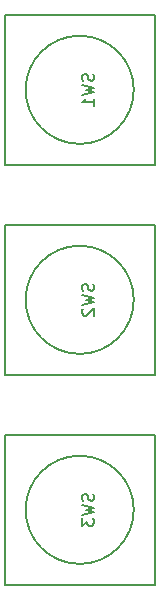
<source format=gbr>
G04 #@! TF.FileFunction,Legend,Bot*
%FSLAX46Y46*%
G04 Gerber Fmt 4.6, Leading zero omitted, Abs format (unit mm)*
G04 Created by KiCad (PCBNEW 4.0.4-stable) date 12/11/16 12:15:52*
%MOMM*%
%LPD*%
G01*
G04 APERTURE LIST*
%ADD10C,0.100000*%
%ADD11C,0.150000*%
G04 APERTURE END LIST*
D10*
D11*
X111259050Y-102870000D02*
G75*
G03X111259050Y-102870000I-4579050J0D01*
G01*
X113030000Y-109220000D02*
X113030000Y-96520000D01*
X113030000Y-96520000D02*
X100330000Y-96520000D01*
X100330000Y-96520000D02*
X100330000Y-109220000D01*
X100330000Y-109220000D02*
X113030000Y-109220000D01*
X111259050Y-120650000D02*
G75*
G03X111259050Y-120650000I-4579050J0D01*
G01*
X113030000Y-127000000D02*
X113030000Y-114300000D01*
X113030000Y-114300000D02*
X100330000Y-114300000D01*
X100330000Y-114300000D02*
X100330000Y-127000000D01*
X100330000Y-127000000D02*
X113030000Y-127000000D01*
X111259050Y-138430000D02*
G75*
G03X111259050Y-138430000I-4579050J0D01*
G01*
X113030000Y-144780000D02*
X113030000Y-132080000D01*
X113030000Y-132080000D02*
X100330000Y-132080000D01*
X100330000Y-132080000D02*
X100330000Y-144780000D01*
X100330000Y-144780000D02*
X113030000Y-144780000D01*
X107846762Y-101536667D02*
X107894381Y-101679524D01*
X107894381Y-101917620D01*
X107846762Y-102012858D01*
X107799143Y-102060477D01*
X107703905Y-102108096D01*
X107608667Y-102108096D01*
X107513429Y-102060477D01*
X107465810Y-102012858D01*
X107418190Y-101917620D01*
X107370571Y-101727143D01*
X107322952Y-101631905D01*
X107275333Y-101584286D01*
X107180095Y-101536667D01*
X107084857Y-101536667D01*
X106989619Y-101584286D01*
X106942000Y-101631905D01*
X106894381Y-101727143D01*
X106894381Y-101965239D01*
X106942000Y-102108096D01*
X106894381Y-102441429D02*
X107894381Y-102679524D01*
X107180095Y-102870001D01*
X107894381Y-103060477D01*
X106894381Y-103298572D01*
X107894381Y-104203334D02*
X107894381Y-103631905D01*
X107894381Y-103917619D02*
X106894381Y-103917619D01*
X107037238Y-103822381D01*
X107132476Y-103727143D01*
X107180095Y-103631905D01*
X107846762Y-119316667D02*
X107894381Y-119459524D01*
X107894381Y-119697620D01*
X107846762Y-119792858D01*
X107799143Y-119840477D01*
X107703905Y-119888096D01*
X107608667Y-119888096D01*
X107513429Y-119840477D01*
X107465810Y-119792858D01*
X107418190Y-119697620D01*
X107370571Y-119507143D01*
X107322952Y-119411905D01*
X107275333Y-119364286D01*
X107180095Y-119316667D01*
X107084857Y-119316667D01*
X106989619Y-119364286D01*
X106942000Y-119411905D01*
X106894381Y-119507143D01*
X106894381Y-119745239D01*
X106942000Y-119888096D01*
X106894381Y-120221429D02*
X107894381Y-120459524D01*
X107180095Y-120650001D01*
X107894381Y-120840477D01*
X106894381Y-121078572D01*
X106989619Y-121411905D02*
X106942000Y-121459524D01*
X106894381Y-121554762D01*
X106894381Y-121792858D01*
X106942000Y-121888096D01*
X106989619Y-121935715D01*
X107084857Y-121983334D01*
X107180095Y-121983334D01*
X107322952Y-121935715D01*
X107894381Y-121364286D01*
X107894381Y-121983334D01*
X107846762Y-137096667D02*
X107894381Y-137239524D01*
X107894381Y-137477620D01*
X107846762Y-137572858D01*
X107799143Y-137620477D01*
X107703905Y-137668096D01*
X107608667Y-137668096D01*
X107513429Y-137620477D01*
X107465810Y-137572858D01*
X107418190Y-137477620D01*
X107370571Y-137287143D01*
X107322952Y-137191905D01*
X107275333Y-137144286D01*
X107180095Y-137096667D01*
X107084857Y-137096667D01*
X106989619Y-137144286D01*
X106942000Y-137191905D01*
X106894381Y-137287143D01*
X106894381Y-137525239D01*
X106942000Y-137668096D01*
X106894381Y-138001429D02*
X107894381Y-138239524D01*
X107180095Y-138430001D01*
X107894381Y-138620477D01*
X106894381Y-138858572D01*
X106894381Y-139144286D02*
X106894381Y-139763334D01*
X107275333Y-139430000D01*
X107275333Y-139572858D01*
X107322952Y-139668096D01*
X107370571Y-139715715D01*
X107465810Y-139763334D01*
X107703905Y-139763334D01*
X107799143Y-139715715D01*
X107846762Y-139668096D01*
X107894381Y-139572858D01*
X107894381Y-139287143D01*
X107846762Y-139191905D01*
X107799143Y-139144286D01*
M02*

</source>
